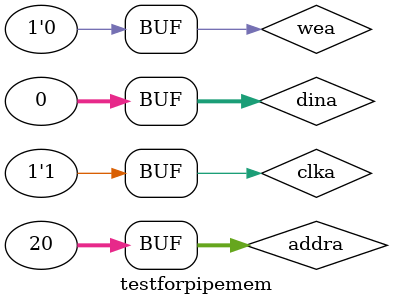
<source format=v>
`timescale 1ns / 1ps


module testforpipemem;

	// Inputs
	reg clka;
	reg wea;
	reg [31:0] addra;
	reg [31:0] dina;

	// Outputs
	wire [31:0] douta;

	// Instantiate the Unit Under Test (UUT)
	Pipedmem uut (
		.clka(clka), 
		.wea(wea), 
		.addra(addra), 
		.dina(dina), 
		.douta(douta)
	);

	initial begin
		// Initialize Inputs
		clka = 0;
		wea = 0;
		addra = 20;
		dina = 0;

		// Wait 100 ns for global reset to finish
		
        
		// Add stimulus here

	end
        always 
	begin
	#1;
	clka=0;
	#1;
	clka=1;
	end    
endmodule


</source>
